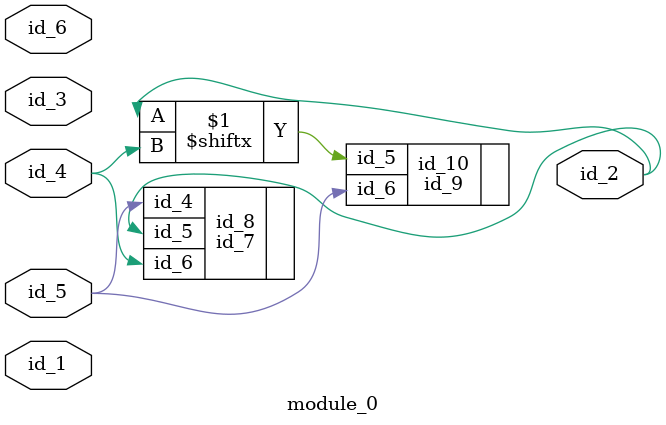
<source format=v>
module module_0 (
    id_1,
    id_2,
    id_3,
    id_4,
    id_5,
    id_6
);
  input id_6;
  input id_5;
  input id_4;
  input id_3;
  output id_2;
  input id_1;
  id_7 id_8 (
      .id_4(id_5),
      .id_6(id_4),
      .id_5(id_2)
  );
  id_9 id_10 (
      .id_6(id_5),
      .id_5(id_2[id_4])
  );
endmodule

</source>
